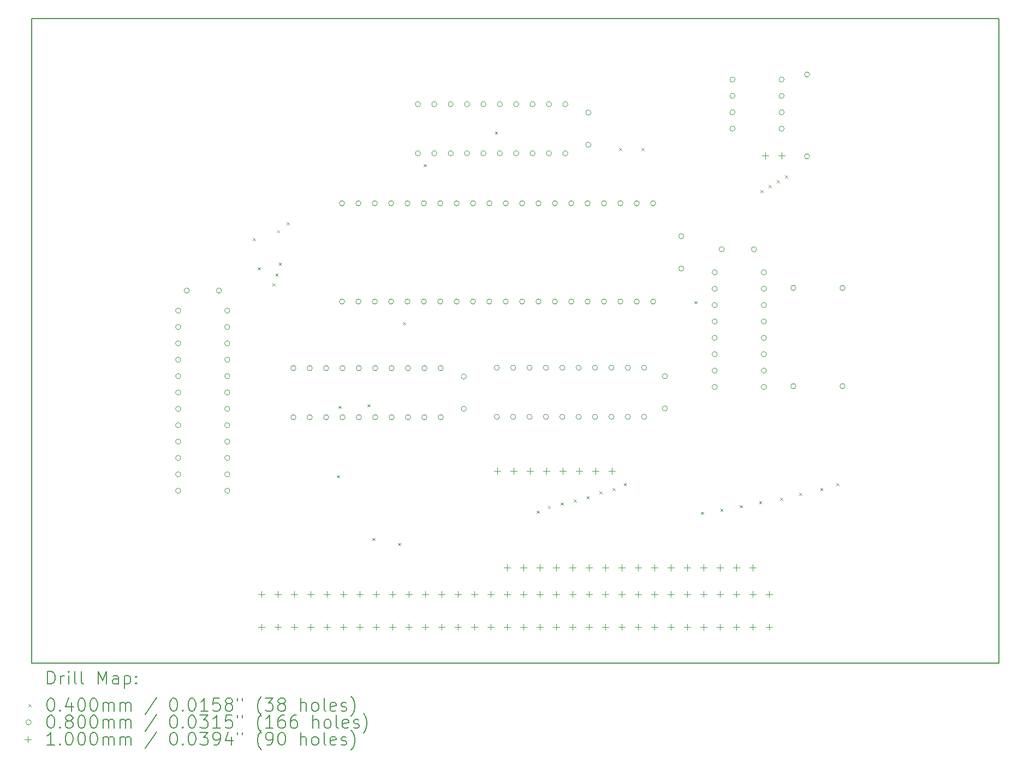
<source format=gbr>
%TF.GenerationSoftware,KiCad,Pcbnew,(6.0.7)*%
%TF.CreationDate,2023-04-20T17:26:40-06:00*%
%TF.ProjectId,boards,626f6172-6473-42e6-9b69-6361645f7063,rev?*%
%TF.SameCoordinates,Original*%
%TF.FileFunction,Drillmap*%
%TF.FilePolarity,Positive*%
%FSLAX45Y45*%
G04 Gerber Fmt 4.5, Leading zero omitted, Abs format (unit mm)*
G04 Created by KiCad (PCBNEW (6.0.7)) date 2023-04-20 17:26:40*
%MOMM*%
%LPD*%
G01*
G04 APERTURE LIST*
%ADD10C,0.200000*%
%ADD11C,0.040005*%
%ADD12C,0.080000*%
%ADD13C,0.100000*%
G04 APERTURE END LIST*
D10*
X32500000Y-20000000D02*
X17500000Y-20000000D01*
X17500000Y-20000000D02*
X17500000Y-10000000D01*
X17500000Y-10000000D02*
X32500000Y-10000000D01*
X32500000Y-10000000D02*
X32500000Y-20000000D01*
D11*
X20929998Y-13404997D02*
X20970003Y-13445002D01*
X20970003Y-13404997D02*
X20929998Y-13445002D01*
X21004998Y-13854997D02*
X21045003Y-13895002D01*
X21045003Y-13854997D02*
X21004998Y-13895002D01*
X21229998Y-14104997D02*
X21270003Y-14145002D01*
X21270003Y-14104997D02*
X21229998Y-14145002D01*
X21279998Y-13954997D02*
X21320003Y-13995002D01*
X21320003Y-13954997D02*
X21279998Y-13995002D01*
X21304998Y-13279997D02*
X21345003Y-13320002D01*
X21345003Y-13279997D02*
X21304998Y-13320002D01*
X21329998Y-13779997D02*
X21370003Y-13820002D01*
X21370003Y-13779997D02*
X21329998Y-13820002D01*
X21454998Y-13154997D02*
X21495003Y-13195002D01*
X21495003Y-13154997D02*
X21454998Y-13195002D01*
X22229998Y-17079998D02*
X22270003Y-17120003D01*
X22270003Y-17079998D02*
X22229998Y-17120003D01*
X22254998Y-16004997D02*
X22295003Y-16045002D01*
X22295003Y-16004997D02*
X22254998Y-16045002D01*
X22704997Y-15979997D02*
X22745002Y-16020002D01*
X22745002Y-15979997D02*
X22704997Y-16020002D01*
X22779997Y-18054998D02*
X22820002Y-18095003D01*
X22820002Y-18054998D02*
X22779997Y-18095003D01*
X23179997Y-18129998D02*
X23220002Y-18170003D01*
X23220002Y-18129998D02*
X23179997Y-18170003D01*
X23254997Y-14704997D02*
X23295002Y-14745002D01*
X23295002Y-14704997D02*
X23254997Y-14745002D01*
X23579997Y-12254997D02*
X23620002Y-12295002D01*
X23620002Y-12254997D02*
X23579997Y-12295002D01*
X24681873Y-11753122D02*
X24721878Y-11793127D01*
X24721878Y-11753122D02*
X24681873Y-11793127D01*
X25329997Y-17629998D02*
X25370002Y-17670003D01*
X25370002Y-17629998D02*
X25329997Y-17670003D01*
X25504997Y-17554998D02*
X25545002Y-17595003D01*
X25545002Y-17554998D02*
X25504997Y-17595003D01*
X25704997Y-17504998D02*
X25745002Y-17545003D01*
X25745002Y-17504998D02*
X25704997Y-17545003D01*
X25904997Y-17454998D02*
X25945002Y-17495003D01*
X25945002Y-17454998D02*
X25904997Y-17495003D01*
X26104997Y-17404998D02*
X26145002Y-17445003D01*
X26145002Y-17404998D02*
X26104997Y-17445003D01*
X26304997Y-17329998D02*
X26345002Y-17370003D01*
X26345002Y-17329998D02*
X26304997Y-17370003D01*
X26504997Y-17279998D02*
X26545002Y-17320003D01*
X26545002Y-17279998D02*
X26504997Y-17320003D01*
X26607106Y-12007106D02*
X26647111Y-12047111D01*
X26647111Y-12007106D02*
X26607106Y-12047111D01*
X26679997Y-17204998D02*
X26720002Y-17245003D01*
X26720002Y-17204998D02*
X26679997Y-17245003D01*
X26954997Y-12004997D02*
X26995002Y-12045002D01*
X26995002Y-12004997D02*
X26954997Y-12045002D01*
X27779997Y-14379997D02*
X27820002Y-14420002D01*
X27820002Y-14379997D02*
X27779997Y-14420002D01*
X27879997Y-17647188D02*
X27920002Y-17687193D01*
X27920002Y-17647188D02*
X27879997Y-17687193D01*
X28179997Y-17601068D02*
X28220002Y-17641073D01*
X28220002Y-17601068D02*
X28179997Y-17641073D01*
X28479997Y-17547188D02*
X28520002Y-17587193D01*
X28520002Y-17547188D02*
X28479997Y-17587193D01*
X28779997Y-17479998D02*
X28820002Y-17520003D01*
X28820002Y-17479998D02*
X28779997Y-17520003D01*
X28804997Y-12654997D02*
X28845002Y-12695002D01*
X28845002Y-12654997D02*
X28804997Y-12695002D01*
X28929997Y-12579997D02*
X28970002Y-12620002D01*
X28970002Y-12579997D02*
X28929997Y-12620002D01*
X29054997Y-12504997D02*
X29095002Y-12545002D01*
X29095002Y-12504997D02*
X29054997Y-12545002D01*
X29104997Y-17429998D02*
X29145002Y-17470003D01*
X29145002Y-17429998D02*
X29104997Y-17470003D01*
X29179997Y-12429997D02*
X29220002Y-12470002D01*
X29220002Y-12429997D02*
X29179997Y-12470002D01*
X29404997Y-17354998D02*
X29445002Y-17395003D01*
X29445002Y-17354998D02*
X29404997Y-17395003D01*
X29729997Y-17279998D02*
X29770002Y-17320003D01*
X29770002Y-17279998D02*
X29729997Y-17320003D01*
X29979997Y-17204998D02*
X30020002Y-17245003D01*
X30020002Y-17204998D02*
X29979997Y-17245003D01*
D12*
X19810000Y-14527500D02*
G75*
G03*
X19810000Y-14527500I-40000J0D01*
G01*
X19810000Y-14781500D02*
G75*
G03*
X19810000Y-14781500I-40000J0D01*
G01*
X19810000Y-15035500D02*
G75*
G03*
X19810000Y-15035500I-40000J0D01*
G01*
X19810000Y-15289500D02*
G75*
G03*
X19810000Y-15289500I-40000J0D01*
G01*
X19810000Y-15543500D02*
G75*
G03*
X19810000Y-15543500I-40000J0D01*
G01*
X19810000Y-15797500D02*
G75*
G03*
X19810000Y-15797500I-40000J0D01*
G01*
X19810000Y-16051500D02*
G75*
G03*
X19810000Y-16051500I-40000J0D01*
G01*
X19810000Y-16305500D02*
G75*
G03*
X19810000Y-16305500I-40000J0D01*
G01*
X19810000Y-16559500D02*
G75*
G03*
X19810000Y-16559500I-40000J0D01*
G01*
X19810000Y-16813500D02*
G75*
G03*
X19810000Y-16813500I-40000J0D01*
G01*
X19810000Y-17067500D02*
G75*
G03*
X19810000Y-17067500I-40000J0D01*
G01*
X19810000Y-17321500D02*
G75*
G03*
X19810000Y-17321500I-40000J0D01*
G01*
X19943998Y-14217349D02*
G75*
G03*
X19943998Y-14217349I-40000J0D01*
G01*
X20443998Y-14217349D02*
G75*
G03*
X20443998Y-14217349I-40000J0D01*
G01*
X20572000Y-14527500D02*
G75*
G03*
X20572000Y-14527500I-40000J0D01*
G01*
X20572000Y-14781500D02*
G75*
G03*
X20572000Y-14781500I-40000J0D01*
G01*
X20572000Y-15035500D02*
G75*
G03*
X20572000Y-15035500I-40000J0D01*
G01*
X20572000Y-15289500D02*
G75*
G03*
X20572000Y-15289500I-40000J0D01*
G01*
X20572000Y-15543500D02*
G75*
G03*
X20572000Y-15543500I-40000J0D01*
G01*
X20572000Y-15797500D02*
G75*
G03*
X20572000Y-15797500I-40000J0D01*
G01*
X20572000Y-16051500D02*
G75*
G03*
X20572000Y-16051500I-40000J0D01*
G01*
X20572000Y-16305500D02*
G75*
G03*
X20572000Y-16305500I-40000J0D01*
G01*
X20572000Y-16559500D02*
G75*
G03*
X20572000Y-16559500I-40000J0D01*
G01*
X20572000Y-16813500D02*
G75*
G03*
X20572000Y-16813500I-40000J0D01*
G01*
X20572000Y-17067500D02*
G75*
G03*
X20572000Y-17067500I-40000J0D01*
G01*
X20572000Y-17321500D02*
G75*
G03*
X20572000Y-17321500I-40000J0D01*
G01*
X21596500Y-15420000D02*
G75*
G03*
X21596500Y-15420000I-40000J0D01*
G01*
X21596500Y-16182000D02*
G75*
G03*
X21596500Y-16182000I-40000J0D01*
G01*
X21850500Y-15420000D02*
G75*
G03*
X21850500Y-15420000I-40000J0D01*
G01*
X21850500Y-16182000D02*
G75*
G03*
X21850500Y-16182000I-40000J0D01*
G01*
X22104500Y-15420000D02*
G75*
G03*
X22104500Y-15420000I-40000J0D01*
G01*
X22104500Y-16182000D02*
G75*
G03*
X22104500Y-16182000I-40000J0D01*
G01*
X22351500Y-12862500D02*
G75*
G03*
X22351500Y-12862500I-40000J0D01*
G01*
X22351500Y-14386500D02*
G75*
G03*
X22351500Y-14386500I-40000J0D01*
G01*
X22358500Y-15420000D02*
G75*
G03*
X22358500Y-15420000I-40000J0D01*
G01*
X22358500Y-16182000D02*
G75*
G03*
X22358500Y-16182000I-40000J0D01*
G01*
X22605500Y-12862500D02*
G75*
G03*
X22605500Y-12862500I-40000J0D01*
G01*
X22605500Y-14386500D02*
G75*
G03*
X22605500Y-14386500I-40000J0D01*
G01*
X22612500Y-15420000D02*
G75*
G03*
X22612500Y-15420000I-40000J0D01*
G01*
X22612500Y-16182000D02*
G75*
G03*
X22612500Y-16182000I-40000J0D01*
G01*
X22859500Y-12862500D02*
G75*
G03*
X22859500Y-12862500I-40000J0D01*
G01*
X22859500Y-14386500D02*
G75*
G03*
X22859500Y-14386500I-40000J0D01*
G01*
X22866500Y-15420000D02*
G75*
G03*
X22866500Y-15420000I-40000J0D01*
G01*
X22866500Y-16182000D02*
G75*
G03*
X22866500Y-16182000I-40000J0D01*
G01*
X23113500Y-12862500D02*
G75*
G03*
X23113500Y-12862500I-40000J0D01*
G01*
X23113500Y-14386500D02*
G75*
G03*
X23113500Y-14386500I-40000J0D01*
G01*
X23120500Y-15420000D02*
G75*
G03*
X23120500Y-15420000I-40000J0D01*
G01*
X23120500Y-16182000D02*
G75*
G03*
X23120500Y-16182000I-40000J0D01*
G01*
X23367500Y-12862500D02*
G75*
G03*
X23367500Y-12862500I-40000J0D01*
G01*
X23367500Y-14386500D02*
G75*
G03*
X23367500Y-14386500I-40000J0D01*
G01*
X23374500Y-15420000D02*
G75*
G03*
X23374500Y-15420000I-40000J0D01*
G01*
X23374500Y-16182000D02*
G75*
G03*
X23374500Y-16182000I-40000J0D01*
G01*
X23529000Y-11325000D02*
G75*
G03*
X23529000Y-11325000I-40000J0D01*
G01*
X23529000Y-12087000D02*
G75*
G03*
X23529000Y-12087000I-40000J0D01*
G01*
X23621500Y-12862500D02*
G75*
G03*
X23621500Y-12862500I-40000J0D01*
G01*
X23621500Y-14386500D02*
G75*
G03*
X23621500Y-14386500I-40000J0D01*
G01*
X23628500Y-15420000D02*
G75*
G03*
X23628500Y-15420000I-40000J0D01*
G01*
X23628500Y-16182000D02*
G75*
G03*
X23628500Y-16182000I-40000J0D01*
G01*
X23783000Y-11325000D02*
G75*
G03*
X23783000Y-11325000I-40000J0D01*
G01*
X23783000Y-12087000D02*
G75*
G03*
X23783000Y-12087000I-40000J0D01*
G01*
X23875500Y-12862500D02*
G75*
G03*
X23875500Y-12862500I-40000J0D01*
G01*
X23875500Y-14386500D02*
G75*
G03*
X23875500Y-14386500I-40000J0D01*
G01*
X23882500Y-15420000D02*
G75*
G03*
X23882500Y-15420000I-40000J0D01*
G01*
X23882500Y-16182000D02*
G75*
G03*
X23882500Y-16182000I-40000J0D01*
G01*
X24037000Y-11325000D02*
G75*
G03*
X24037000Y-11325000I-40000J0D01*
G01*
X24037000Y-12087000D02*
G75*
G03*
X24037000Y-12087000I-40000J0D01*
G01*
X24129500Y-12862500D02*
G75*
G03*
X24129500Y-12862500I-40000J0D01*
G01*
X24129500Y-14386500D02*
G75*
G03*
X24129500Y-14386500I-40000J0D01*
G01*
X24240000Y-15550000D02*
G75*
G03*
X24240000Y-15550000I-40000J0D01*
G01*
X24240000Y-16050000D02*
G75*
G03*
X24240000Y-16050000I-40000J0D01*
G01*
X24291000Y-11325000D02*
G75*
G03*
X24291000Y-11325000I-40000J0D01*
G01*
X24291000Y-12087000D02*
G75*
G03*
X24291000Y-12087000I-40000J0D01*
G01*
X24383500Y-12862500D02*
G75*
G03*
X24383500Y-12862500I-40000J0D01*
G01*
X24383500Y-14386500D02*
G75*
G03*
X24383500Y-14386500I-40000J0D01*
G01*
X24545000Y-11325000D02*
G75*
G03*
X24545000Y-11325000I-40000J0D01*
G01*
X24545000Y-12087000D02*
G75*
G03*
X24545000Y-12087000I-40000J0D01*
G01*
X24637500Y-12862500D02*
G75*
G03*
X24637500Y-12862500I-40000J0D01*
G01*
X24637500Y-14386500D02*
G75*
G03*
X24637500Y-14386500I-40000J0D01*
G01*
X24753000Y-15413000D02*
G75*
G03*
X24753000Y-15413000I-40000J0D01*
G01*
X24753000Y-16175000D02*
G75*
G03*
X24753000Y-16175000I-40000J0D01*
G01*
X24799000Y-11325000D02*
G75*
G03*
X24799000Y-11325000I-40000J0D01*
G01*
X24799000Y-12087000D02*
G75*
G03*
X24799000Y-12087000I-40000J0D01*
G01*
X24891500Y-12862500D02*
G75*
G03*
X24891500Y-12862500I-40000J0D01*
G01*
X24891500Y-14386500D02*
G75*
G03*
X24891500Y-14386500I-40000J0D01*
G01*
X25007000Y-15413000D02*
G75*
G03*
X25007000Y-15413000I-40000J0D01*
G01*
X25007000Y-16175000D02*
G75*
G03*
X25007000Y-16175000I-40000J0D01*
G01*
X25053000Y-11325000D02*
G75*
G03*
X25053000Y-11325000I-40000J0D01*
G01*
X25053000Y-12087000D02*
G75*
G03*
X25053000Y-12087000I-40000J0D01*
G01*
X25145500Y-12862500D02*
G75*
G03*
X25145500Y-12862500I-40000J0D01*
G01*
X25145500Y-14386500D02*
G75*
G03*
X25145500Y-14386500I-40000J0D01*
G01*
X25261000Y-15413000D02*
G75*
G03*
X25261000Y-15413000I-40000J0D01*
G01*
X25261000Y-16175000D02*
G75*
G03*
X25261000Y-16175000I-40000J0D01*
G01*
X25307000Y-11325000D02*
G75*
G03*
X25307000Y-11325000I-40000J0D01*
G01*
X25307000Y-12087000D02*
G75*
G03*
X25307000Y-12087000I-40000J0D01*
G01*
X25399500Y-12862500D02*
G75*
G03*
X25399500Y-12862500I-40000J0D01*
G01*
X25399500Y-14386500D02*
G75*
G03*
X25399500Y-14386500I-40000J0D01*
G01*
X25515000Y-15413000D02*
G75*
G03*
X25515000Y-15413000I-40000J0D01*
G01*
X25515000Y-16175000D02*
G75*
G03*
X25515000Y-16175000I-40000J0D01*
G01*
X25561000Y-11325000D02*
G75*
G03*
X25561000Y-11325000I-40000J0D01*
G01*
X25561000Y-12087000D02*
G75*
G03*
X25561000Y-12087000I-40000J0D01*
G01*
X25653500Y-12862500D02*
G75*
G03*
X25653500Y-12862500I-40000J0D01*
G01*
X25653500Y-14386500D02*
G75*
G03*
X25653500Y-14386500I-40000J0D01*
G01*
X25769000Y-15413000D02*
G75*
G03*
X25769000Y-15413000I-40000J0D01*
G01*
X25769000Y-16175000D02*
G75*
G03*
X25769000Y-16175000I-40000J0D01*
G01*
X25815000Y-11325000D02*
G75*
G03*
X25815000Y-11325000I-40000J0D01*
G01*
X25815000Y-12087000D02*
G75*
G03*
X25815000Y-12087000I-40000J0D01*
G01*
X25907500Y-12862500D02*
G75*
G03*
X25907500Y-12862500I-40000J0D01*
G01*
X25907500Y-14386500D02*
G75*
G03*
X25907500Y-14386500I-40000J0D01*
G01*
X26023000Y-15413000D02*
G75*
G03*
X26023000Y-15413000I-40000J0D01*
G01*
X26023000Y-16175000D02*
G75*
G03*
X26023000Y-16175000I-40000J0D01*
G01*
X26161500Y-12862500D02*
G75*
G03*
X26161500Y-12862500I-40000J0D01*
G01*
X26161500Y-14386500D02*
G75*
G03*
X26161500Y-14386500I-40000J0D01*
G01*
X26172500Y-11455000D02*
G75*
G03*
X26172500Y-11455000I-40000J0D01*
G01*
X26172500Y-11955000D02*
G75*
G03*
X26172500Y-11955000I-40000J0D01*
G01*
X26277000Y-15413000D02*
G75*
G03*
X26277000Y-15413000I-40000J0D01*
G01*
X26277000Y-16175000D02*
G75*
G03*
X26277000Y-16175000I-40000J0D01*
G01*
X26415500Y-12862500D02*
G75*
G03*
X26415500Y-12862500I-40000J0D01*
G01*
X26415500Y-14386500D02*
G75*
G03*
X26415500Y-14386500I-40000J0D01*
G01*
X26531000Y-15413000D02*
G75*
G03*
X26531000Y-15413000I-40000J0D01*
G01*
X26531000Y-16175000D02*
G75*
G03*
X26531000Y-16175000I-40000J0D01*
G01*
X26669500Y-12862500D02*
G75*
G03*
X26669500Y-12862500I-40000J0D01*
G01*
X26669500Y-14386500D02*
G75*
G03*
X26669500Y-14386500I-40000J0D01*
G01*
X26785000Y-15413000D02*
G75*
G03*
X26785000Y-15413000I-40000J0D01*
G01*
X26785000Y-16175000D02*
G75*
G03*
X26785000Y-16175000I-40000J0D01*
G01*
X26923500Y-12862500D02*
G75*
G03*
X26923500Y-12862500I-40000J0D01*
G01*
X26923500Y-14386500D02*
G75*
G03*
X26923500Y-14386500I-40000J0D01*
G01*
X27039000Y-15413000D02*
G75*
G03*
X27039000Y-15413000I-40000J0D01*
G01*
X27039000Y-16175000D02*
G75*
G03*
X27039000Y-16175000I-40000J0D01*
G01*
X27177500Y-12862500D02*
G75*
G03*
X27177500Y-12862500I-40000J0D01*
G01*
X27177500Y-14386500D02*
G75*
G03*
X27177500Y-14386500I-40000J0D01*
G01*
X27360469Y-15545339D02*
G75*
G03*
X27360469Y-15545339I-40000J0D01*
G01*
X27360469Y-16045339D02*
G75*
G03*
X27360469Y-16045339I-40000J0D01*
G01*
X27615000Y-13375000D02*
G75*
G03*
X27615000Y-13375000I-40000J0D01*
G01*
X27615000Y-13875000D02*
G75*
G03*
X27615000Y-13875000I-40000J0D01*
G01*
X28133000Y-13934500D02*
G75*
G03*
X28133000Y-13934500I-40000J0D01*
G01*
X28133000Y-14188500D02*
G75*
G03*
X28133000Y-14188500I-40000J0D01*
G01*
X28133000Y-14442500D02*
G75*
G03*
X28133000Y-14442500I-40000J0D01*
G01*
X28133000Y-14696500D02*
G75*
G03*
X28133000Y-14696500I-40000J0D01*
G01*
X28133000Y-14950500D02*
G75*
G03*
X28133000Y-14950500I-40000J0D01*
G01*
X28133000Y-15204500D02*
G75*
G03*
X28133000Y-15204500I-40000J0D01*
G01*
X28133000Y-15458500D02*
G75*
G03*
X28133000Y-15458500I-40000J0D01*
G01*
X28133000Y-15712500D02*
G75*
G03*
X28133000Y-15712500I-40000J0D01*
G01*
X28241836Y-13576259D02*
G75*
G03*
X28241836Y-13576259I-40000J0D01*
G01*
X28408000Y-10943000D02*
G75*
G03*
X28408000Y-10943000I-40000J0D01*
G01*
X28408000Y-11197000D02*
G75*
G03*
X28408000Y-11197000I-40000J0D01*
G01*
X28408000Y-11451000D02*
G75*
G03*
X28408000Y-11451000I-40000J0D01*
G01*
X28408000Y-11705000D02*
G75*
G03*
X28408000Y-11705000I-40000J0D01*
G01*
X28741836Y-13576259D02*
G75*
G03*
X28741836Y-13576259I-40000J0D01*
G01*
X28895000Y-13934500D02*
G75*
G03*
X28895000Y-13934500I-40000J0D01*
G01*
X28895000Y-14188500D02*
G75*
G03*
X28895000Y-14188500I-40000J0D01*
G01*
X28895000Y-14442500D02*
G75*
G03*
X28895000Y-14442500I-40000J0D01*
G01*
X28895000Y-14696500D02*
G75*
G03*
X28895000Y-14696500I-40000J0D01*
G01*
X28895000Y-14950500D02*
G75*
G03*
X28895000Y-14950500I-40000J0D01*
G01*
X28895000Y-15204500D02*
G75*
G03*
X28895000Y-15204500I-40000J0D01*
G01*
X28895000Y-15458500D02*
G75*
G03*
X28895000Y-15458500I-40000J0D01*
G01*
X28895000Y-15712500D02*
G75*
G03*
X28895000Y-15712500I-40000J0D01*
G01*
X29170000Y-10943000D02*
G75*
G03*
X29170000Y-10943000I-40000J0D01*
G01*
X29170000Y-11197000D02*
G75*
G03*
X29170000Y-11197000I-40000J0D01*
G01*
X29170000Y-11451000D02*
G75*
G03*
X29170000Y-11451000I-40000J0D01*
G01*
X29170000Y-11705000D02*
G75*
G03*
X29170000Y-11705000I-40000J0D01*
G01*
X29353000Y-14176000D02*
G75*
G03*
X29353000Y-14176000I-40000J0D01*
G01*
X29353000Y-15700000D02*
G75*
G03*
X29353000Y-15700000I-40000J0D01*
G01*
X29565000Y-10865000D02*
G75*
G03*
X29565000Y-10865000I-40000J0D01*
G01*
X29565000Y-12135000D02*
G75*
G03*
X29565000Y-12135000I-40000J0D01*
G01*
X30115000Y-14176000D02*
G75*
G03*
X30115000Y-14176000I-40000J0D01*
G01*
X30115000Y-15700000D02*
G75*
G03*
X30115000Y-15700000I-40000J0D01*
G01*
D13*
X21063000Y-18875750D02*
X21063000Y-18975750D01*
X21013000Y-18925750D02*
X21113000Y-18925750D01*
X21063000Y-19383750D02*
X21063000Y-19483750D01*
X21013000Y-19433750D02*
X21113000Y-19433750D01*
X21317000Y-18875750D02*
X21317000Y-18975750D01*
X21267000Y-18925750D02*
X21367000Y-18925750D01*
X21317000Y-19383750D02*
X21317000Y-19483750D01*
X21267000Y-19433750D02*
X21367000Y-19433750D01*
X21571000Y-18875750D02*
X21571000Y-18975750D01*
X21521000Y-18925750D02*
X21621000Y-18925750D01*
X21571000Y-19383750D02*
X21571000Y-19483750D01*
X21521000Y-19433750D02*
X21621000Y-19433750D01*
X21825000Y-18875750D02*
X21825000Y-18975750D01*
X21775000Y-18925750D02*
X21875000Y-18925750D01*
X21825000Y-19383750D02*
X21825000Y-19483750D01*
X21775000Y-19433750D02*
X21875000Y-19433750D01*
X22079000Y-18875750D02*
X22079000Y-18975750D01*
X22029000Y-18925750D02*
X22129000Y-18925750D01*
X22079000Y-19383750D02*
X22079000Y-19483750D01*
X22029000Y-19433750D02*
X22129000Y-19433750D01*
X22333000Y-18875750D02*
X22333000Y-18975750D01*
X22283000Y-18925750D02*
X22383000Y-18925750D01*
X22333000Y-19383750D02*
X22333000Y-19483750D01*
X22283000Y-19433750D02*
X22383000Y-19433750D01*
X22587000Y-18875750D02*
X22587000Y-18975750D01*
X22537000Y-18925750D02*
X22637000Y-18925750D01*
X22587000Y-19383750D02*
X22587000Y-19483750D01*
X22537000Y-19433750D02*
X22637000Y-19433750D01*
X22841000Y-18875750D02*
X22841000Y-18975750D01*
X22791000Y-18925750D02*
X22891000Y-18925750D01*
X22841000Y-19383750D02*
X22841000Y-19483750D01*
X22791000Y-19433750D02*
X22891000Y-19433750D01*
X23095000Y-18875750D02*
X23095000Y-18975750D01*
X23045000Y-18925750D02*
X23145000Y-18925750D01*
X23095000Y-19383750D02*
X23095000Y-19483750D01*
X23045000Y-19433750D02*
X23145000Y-19433750D01*
X23349000Y-18875750D02*
X23349000Y-18975750D01*
X23299000Y-18925750D02*
X23399000Y-18925750D01*
X23349000Y-19383750D02*
X23349000Y-19483750D01*
X23299000Y-19433750D02*
X23399000Y-19433750D01*
X23603000Y-18875750D02*
X23603000Y-18975750D01*
X23553000Y-18925750D02*
X23653000Y-18925750D01*
X23603000Y-19383750D02*
X23603000Y-19483750D01*
X23553000Y-19433750D02*
X23653000Y-19433750D01*
X23857000Y-18875750D02*
X23857000Y-18975750D01*
X23807000Y-18925750D02*
X23907000Y-18925750D01*
X23857000Y-19383750D02*
X23857000Y-19483750D01*
X23807000Y-19433750D02*
X23907000Y-19433750D01*
X24111000Y-18875750D02*
X24111000Y-18975750D01*
X24061000Y-18925750D02*
X24161000Y-18925750D01*
X24111000Y-19383750D02*
X24111000Y-19483750D01*
X24061000Y-19433750D02*
X24161000Y-19433750D01*
X24365000Y-18875750D02*
X24365000Y-18975750D01*
X24315000Y-18925750D02*
X24415000Y-18925750D01*
X24365000Y-19383750D02*
X24365000Y-19483750D01*
X24315000Y-19433750D02*
X24415000Y-19433750D01*
X24619000Y-18875750D02*
X24619000Y-18975750D01*
X24569000Y-18925750D02*
X24669000Y-18925750D01*
X24619000Y-19383750D02*
X24619000Y-19483750D01*
X24569000Y-19433750D02*
X24669000Y-19433750D01*
X24718665Y-16968547D02*
X24718665Y-17068547D01*
X24668665Y-17018547D02*
X24768665Y-17018547D01*
X24872942Y-18464728D02*
X24872942Y-18564728D01*
X24822942Y-18514728D02*
X24922942Y-18514728D01*
X24873000Y-18875750D02*
X24873000Y-18975750D01*
X24823000Y-18925750D02*
X24923000Y-18925750D01*
X24873000Y-19383750D02*
X24873000Y-19483750D01*
X24823000Y-19433750D02*
X24923000Y-19433750D01*
X24972665Y-16968547D02*
X24972665Y-17068547D01*
X24922665Y-17018547D02*
X25022665Y-17018547D01*
X25126942Y-18464728D02*
X25126942Y-18564728D01*
X25076942Y-18514728D02*
X25176942Y-18514728D01*
X25127000Y-18875750D02*
X25127000Y-18975750D01*
X25077000Y-18925750D02*
X25177000Y-18925750D01*
X25127000Y-19383750D02*
X25127000Y-19483750D01*
X25077000Y-19433750D02*
X25177000Y-19433750D01*
X25226665Y-16968547D02*
X25226665Y-17068547D01*
X25176665Y-17018547D02*
X25276665Y-17018547D01*
X25380942Y-18464728D02*
X25380942Y-18564728D01*
X25330942Y-18514728D02*
X25430942Y-18514728D01*
X25381000Y-18875750D02*
X25381000Y-18975750D01*
X25331000Y-18925750D02*
X25431000Y-18925750D01*
X25381000Y-19383750D02*
X25381000Y-19483750D01*
X25331000Y-19433750D02*
X25431000Y-19433750D01*
X25480665Y-16968547D02*
X25480665Y-17068547D01*
X25430665Y-17018547D02*
X25530665Y-17018547D01*
X25634942Y-18464728D02*
X25634942Y-18564728D01*
X25584942Y-18514728D02*
X25684942Y-18514728D01*
X25635000Y-18875750D02*
X25635000Y-18975750D01*
X25585000Y-18925750D02*
X25685000Y-18925750D01*
X25635000Y-19383750D02*
X25635000Y-19483750D01*
X25585000Y-19433750D02*
X25685000Y-19433750D01*
X25734665Y-16968547D02*
X25734665Y-17068547D01*
X25684665Y-17018547D02*
X25784665Y-17018547D01*
X25888942Y-18464728D02*
X25888942Y-18564728D01*
X25838942Y-18514728D02*
X25938942Y-18514728D01*
X25889000Y-18875750D02*
X25889000Y-18975750D01*
X25839000Y-18925750D02*
X25939000Y-18925750D01*
X25889000Y-19383750D02*
X25889000Y-19483750D01*
X25839000Y-19433750D02*
X25939000Y-19433750D01*
X25988665Y-16968547D02*
X25988665Y-17068547D01*
X25938665Y-17018547D02*
X26038665Y-17018547D01*
X26142942Y-18464728D02*
X26142942Y-18564728D01*
X26092942Y-18514728D02*
X26192942Y-18514728D01*
X26143000Y-18875750D02*
X26143000Y-18975750D01*
X26093000Y-18925750D02*
X26193000Y-18925750D01*
X26143000Y-19383750D02*
X26143000Y-19483750D01*
X26093000Y-19433750D02*
X26193000Y-19433750D01*
X26242665Y-16968547D02*
X26242665Y-17068547D01*
X26192665Y-17018547D02*
X26292665Y-17018547D01*
X26396942Y-18464728D02*
X26396942Y-18564728D01*
X26346942Y-18514728D02*
X26446942Y-18514728D01*
X26397000Y-18875750D02*
X26397000Y-18975750D01*
X26347000Y-18925750D02*
X26447000Y-18925750D01*
X26397000Y-19383750D02*
X26397000Y-19483750D01*
X26347000Y-19433750D02*
X26447000Y-19433750D01*
X26496665Y-16968547D02*
X26496665Y-17068547D01*
X26446665Y-17018547D02*
X26546665Y-17018547D01*
X26650942Y-18464728D02*
X26650942Y-18564728D01*
X26600942Y-18514728D02*
X26700942Y-18514728D01*
X26651000Y-18875750D02*
X26651000Y-18975750D01*
X26601000Y-18925750D02*
X26701000Y-18925750D01*
X26651000Y-19383750D02*
X26651000Y-19483750D01*
X26601000Y-19433750D02*
X26701000Y-19433750D01*
X26904942Y-18464728D02*
X26904942Y-18564728D01*
X26854942Y-18514728D02*
X26954942Y-18514728D01*
X26905000Y-18875750D02*
X26905000Y-18975750D01*
X26855000Y-18925750D02*
X26955000Y-18925750D01*
X26905000Y-19383750D02*
X26905000Y-19483750D01*
X26855000Y-19433750D02*
X26955000Y-19433750D01*
X27158942Y-18464728D02*
X27158942Y-18564728D01*
X27108942Y-18514728D02*
X27208942Y-18514728D01*
X27159000Y-18875750D02*
X27159000Y-18975750D01*
X27109000Y-18925750D02*
X27209000Y-18925750D01*
X27159000Y-19383750D02*
X27159000Y-19483750D01*
X27109000Y-19433750D02*
X27209000Y-19433750D01*
X27412942Y-18464728D02*
X27412942Y-18564728D01*
X27362942Y-18514728D02*
X27462942Y-18514728D01*
X27413000Y-18875750D02*
X27413000Y-18975750D01*
X27363000Y-18925750D02*
X27463000Y-18925750D01*
X27413000Y-19383750D02*
X27413000Y-19483750D01*
X27363000Y-19433750D02*
X27463000Y-19433750D01*
X27666942Y-18464728D02*
X27666942Y-18564728D01*
X27616942Y-18514728D02*
X27716942Y-18514728D01*
X27667000Y-18875750D02*
X27667000Y-18975750D01*
X27617000Y-18925750D02*
X27717000Y-18925750D01*
X27667000Y-19383750D02*
X27667000Y-19483750D01*
X27617000Y-19433750D02*
X27717000Y-19433750D01*
X27920942Y-18464728D02*
X27920942Y-18564728D01*
X27870942Y-18514728D02*
X27970942Y-18514728D01*
X27921000Y-18875750D02*
X27921000Y-18975750D01*
X27871000Y-18925750D02*
X27971000Y-18925750D01*
X27921000Y-19383750D02*
X27921000Y-19483750D01*
X27871000Y-19433750D02*
X27971000Y-19433750D01*
X28174942Y-18464728D02*
X28174942Y-18564728D01*
X28124942Y-18514728D02*
X28224942Y-18514728D01*
X28175000Y-18875750D02*
X28175000Y-18975750D01*
X28125000Y-18925750D02*
X28225000Y-18925750D01*
X28175000Y-19383750D02*
X28175000Y-19483750D01*
X28125000Y-19433750D02*
X28225000Y-19433750D01*
X28428942Y-18464728D02*
X28428942Y-18564728D01*
X28378942Y-18514728D02*
X28478942Y-18514728D01*
X28429000Y-18875750D02*
X28429000Y-18975750D01*
X28379000Y-18925750D02*
X28479000Y-18925750D01*
X28429000Y-19383750D02*
X28429000Y-19483750D01*
X28379000Y-19433750D02*
X28479000Y-19433750D01*
X28682942Y-18464728D02*
X28682942Y-18564728D01*
X28632942Y-18514728D02*
X28732942Y-18514728D01*
X28683000Y-18875750D02*
X28683000Y-18975750D01*
X28633000Y-18925750D02*
X28733000Y-18925750D01*
X28683000Y-19383750D02*
X28683000Y-19483750D01*
X28633000Y-19433750D02*
X28733000Y-19433750D01*
X28875000Y-12075000D02*
X28875000Y-12175000D01*
X28825000Y-12125000D02*
X28925000Y-12125000D01*
X28937000Y-18875750D02*
X28937000Y-18975750D01*
X28887000Y-18925750D02*
X28987000Y-18925750D01*
X28937000Y-19383750D02*
X28937000Y-19483750D01*
X28887000Y-19433750D02*
X28987000Y-19433750D01*
X29129000Y-12075000D02*
X29129000Y-12175000D01*
X29079000Y-12125000D02*
X29179000Y-12125000D01*
D10*
X17747619Y-20320476D02*
X17747619Y-20120476D01*
X17795238Y-20120476D01*
X17823810Y-20130000D01*
X17842857Y-20149048D01*
X17852381Y-20168095D01*
X17861905Y-20206190D01*
X17861905Y-20234762D01*
X17852381Y-20272857D01*
X17842857Y-20291905D01*
X17823810Y-20310952D01*
X17795238Y-20320476D01*
X17747619Y-20320476D01*
X17947619Y-20320476D02*
X17947619Y-20187143D01*
X17947619Y-20225238D02*
X17957143Y-20206190D01*
X17966667Y-20196667D01*
X17985714Y-20187143D01*
X18004762Y-20187143D01*
X18071429Y-20320476D02*
X18071429Y-20187143D01*
X18071429Y-20120476D02*
X18061905Y-20130000D01*
X18071429Y-20139524D01*
X18080952Y-20130000D01*
X18071429Y-20120476D01*
X18071429Y-20139524D01*
X18195238Y-20320476D02*
X18176190Y-20310952D01*
X18166667Y-20291905D01*
X18166667Y-20120476D01*
X18300000Y-20320476D02*
X18280952Y-20310952D01*
X18271429Y-20291905D01*
X18271429Y-20120476D01*
X18528571Y-20320476D02*
X18528571Y-20120476D01*
X18595238Y-20263333D01*
X18661905Y-20120476D01*
X18661905Y-20320476D01*
X18842857Y-20320476D02*
X18842857Y-20215714D01*
X18833333Y-20196667D01*
X18814286Y-20187143D01*
X18776190Y-20187143D01*
X18757143Y-20196667D01*
X18842857Y-20310952D02*
X18823810Y-20320476D01*
X18776190Y-20320476D01*
X18757143Y-20310952D01*
X18747619Y-20291905D01*
X18747619Y-20272857D01*
X18757143Y-20253810D01*
X18776190Y-20244286D01*
X18823810Y-20244286D01*
X18842857Y-20234762D01*
X18938095Y-20187143D02*
X18938095Y-20387143D01*
X18938095Y-20196667D02*
X18957143Y-20187143D01*
X18995238Y-20187143D01*
X19014286Y-20196667D01*
X19023810Y-20206190D01*
X19033333Y-20225238D01*
X19033333Y-20282381D01*
X19023810Y-20301429D01*
X19014286Y-20310952D01*
X18995238Y-20320476D01*
X18957143Y-20320476D01*
X18938095Y-20310952D01*
X19119048Y-20301429D02*
X19128571Y-20310952D01*
X19119048Y-20320476D01*
X19109524Y-20310952D01*
X19119048Y-20301429D01*
X19119048Y-20320476D01*
X19119048Y-20196667D02*
X19128571Y-20206190D01*
X19119048Y-20215714D01*
X19109524Y-20206190D01*
X19119048Y-20196667D01*
X19119048Y-20215714D01*
D11*
X17449995Y-20629998D02*
X17490000Y-20670003D01*
X17490000Y-20629998D02*
X17449995Y-20670003D01*
D10*
X17785714Y-20540476D02*
X17804762Y-20540476D01*
X17823810Y-20550000D01*
X17833333Y-20559524D01*
X17842857Y-20578571D01*
X17852381Y-20616667D01*
X17852381Y-20664286D01*
X17842857Y-20702381D01*
X17833333Y-20721429D01*
X17823810Y-20730952D01*
X17804762Y-20740476D01*
X17785714Y-20740476D01*
X17766667Y-20730952D01*
X17757143Y-20721429D01*
X17747619Y-20702381D01*
X17738095Y-20664286D01*
X17738095Y-20616667D01*
X17747619Y-20578571D01*
X17757143Y-20559524D01*
X17766667Y-20550000D01*
X17785714Y-20540476D01*
X17938095Y-20721429D02*
X17947619Y-20730952D01*
X17938095Y-20740476D01*
X17928571Y-20730952D01*
X17938095Y-20721429D01*
X17938095Y-20740476D01*
X18119048Y-20607143D02*
X18119048Y-20740476D01*
X18071429Y-20530952D02*
X18023810Y-20673810D01*
X18147619Y-20673810D01*
X18261905Y-20540476D02*
X18280952Y-20540476D01*
X18300000Y-20550000D01*
X18309524Y-20559524D01*
X18319048Y-20578571D01*
X18328571Y-20616667D01*
X18328571Y-20664286D01*
X18319048Y-20702381D01*
X18309524Y-20721429D01*
X18300000Y-20730952D01*
X18280952Y-20740476D01*
X18261905Y-20740476D01*
X18242857Y-20730952D01*
X18233333Y-20721429D01*
X18223810Y-20702381D01*
X18214286Y-20664286D01*
X18214286Y-20616667D01*
X18223810Y-20578571D01*
X18233333Y-20559524D01*
X18242857Y-20550000D01*
X18261905Y-20540476D01*
X18452381Y-20540476D02*
X18471429Y-20540476D01*
X18490476Y-20550000D01*
X18500000Y-20559524D01*
X18509524Y-20578571D01*
X18519048Y-20616667D01*
X18519048Y-20664286D01*
X18509524Y-20702381D01*
X18500000Y-20721429D01*
X18490476Y-20730952D01*
X18471429Y-20740476D01*
X18452381Y-20740476D01*
X18433333Y-20730952D01*
X18423810Y-20721429D01*
X18414286Y-20702381D01*
X18404762Y-20664286D01*
X18404762Y-20616667D01*
X18414286Y-20578571D01*
X18423810Y-20559524D01*
X18433333Y-20550000D01*
X18452381Y-20540476D01*
X18604762Y-20740476D02*
X18604762Y-20607143D01*
X18604762Y-20626190D02*
X18614286Y-20616667D01*
X18633333Y-20607143D01*
X18661905Y-20607143D01*
X18680952Y-20616667D01*
X18690476Y-20635714D01*
X18690476Y-20740476D01*
X18690476Y-20635714D02*
X18700000Y-20616667D01*
X18719048Y-20607143D01*
X18747619Y-20607143D01*
X18766667Y-20616667D01*
X18776190Y-20635714D01*
X18776190Y-20740476D01*
X18871429Y-20740476D02*
X18871429Y-20607143D01*
X18871429Y-20626190D02*
X18880952Y-20616667D01*
X18900000Y-20607143D01*
X18928571Y-20607143D01*
X18947619Y-20616667D01*
X18957143Y-20635714D01*
X18957143Y-20740476D01*
X18957143Y-20635714D02*
X18966667Y-20616667D01*
X18985714Y-20607143D01*
X19014286Y-20607143D01*
X19033333Y-20616667D01*
X19042857Y-20635714D01*
X19042857Y-20740476D01*
X19433333Y-20530952D02*
X19261905Y-20788095D01*
X19690476Y-20540476D02*
X19709524Y-20540476D01*
X19728571Y-20550000D01*
X19738095Y-20559524D01*
X19747619Y-20578571D01*
X19757143Y-20616667D01*
X19757143Y-20664286D01*
X19747619Y-20702381D01*
X19738095Y-20721429D01*
X19728571Y-20730952D01*
X19709524Y-20740476D01*
X19690476Y-20740476D01*
X19671429Y-20730952D01*
X19661905Y-20721429D01*
X19652381Y-20702381D01*
X19642857Y-20664286D01*
X19642857Y-20616667D01*
X19652381Y-20578571D01*
X19661905Y-20559524D01*
X19671429Y-20550000D01*
X19690476Y-20540476D01*
X19842857Y-20721429D02*
X19852381Y-20730952D01*
X19842857Y-20740476D01*
X19833333Y-20730952D01*
X19842857Y-20721429D01*
X19842857Y-20740476D01*
X19976190Y-20540476D02*
X19995238Y-20540476D01*
X20014286Y-20550000D01*
X20023810Y-20559524D01*
X20033333Y-20578571D01*
X20042857Y-20616667D01*
X20042857Y-20664286D01*
X20033333Y-20702381D01*
X20023810Y-20721429D01*
X20014286Y-20730952D01*
X19995238Y-20740476D01*
X19976190Y-20740476D01*
X19957143Y-20730952D01*
X19947619Y-20721429D01*
X19938095Y-20702381D01*
X19928571Y-20664286D01*
X19928571Y-20616667D01*
X19938095Y-20578571D01*
X19947619Y-20559524D01*
X19957143Y-20550000D01*
X19976190Y-20540476D01*
X20233333Y-20740476D02*
X20119048Y-20740476D01*
X20176190Y-20740476D02*
X20176190Y-20540476D01*
X20157143Y-20569048D01*
X20138095Y-20588095D01*
X20119048Y-20597619D01*
X20414286Y-20540476D02*
X20319048Y-20540476D01*
X20309524Y-20635714D01*
X20319048Y-20626190D01*
X20338095Y-20616667D01*
X20385714Y-20616667D01*
X20404762Y-20626190D01*
X20414286Y-20635714D01*
X20423810Y-20654762D01*
X20423810Y-20702381D01*
X20414286Y-20721429D01*
X20404762Y-20730952D01*
X20385714Y-20740476D01*
X20338095Y-20740476D01*
X20319048Y-20730952D01*
X20309524Y-20721429D01*
X20538095Y-20626190D02*
X20519048Y-20616667D01*
X20509524Y-20607143D01*
X20500000Y-20588095D01*
X20500000Y-20578571D01*
X20509524Y-20559524D01*
X20519048Y-20550000D01*
X20538095Y-20540476D01*
X20576190Y-20540476D01*
X20595238Y-20550000D01*
X20604762Y-20559524D01*
X20614286Y-20578571D01*
X20614286Y-20588095D01*
X20604762Y-20607143D01*
X20595238Y-20616667D01*
X20576190Y-20626190D01*
X20538095Y-20626190D01*
X20519048Y-20635714D01*
X20509524Y-20645238D01*
X20500000Y-20664286D01*
X20500000Y-20702381D01*
X20509524Y-20721429D01*
X20519048Y-20730952D01*
X20538095Y-20740476D01*
X20576190Y-20740476D01*
X20595238Y-20730952D01*
X20604762Y-20721429D01*
X20614286Y-20702381D01*
X20614286Y-20664286D01*
X20604762Y-20645238D01*
X20595238Y-20635714D01*
X20576190Y-20626190D01*
X20690476Y-20540476D02*
X20690476Y-20578571D01*
X20766667Y-20540476D02*
X20766667Y-20578571D01*
X21061905Y-20816667D02*
X21052381Y-20807143D01*
X21033333Y-20778571D01*
X21023810Y-20759524D01*
X21014286Y-20730952D01*
X21004762Y-20683333D01*
X21004762Y-20645238D01*
X21014286Y-20597619D01*
X21023810Y-20569048D01*
X21033333Y-20550000D01*
X21052381Y-20521429D01*
X21061905Y-20511905D01*
X21119048Y-20540476D02*
X21242857Y-20540476D01*
X21176190Y-20616667D01*
X21204762Y-20616667D01*
X21223810Y-20626190D01*
X21233333Y-20635714D01*
X21242857Y-20654762D01*
X21242857Y-20702381D01*
X21233333Y-20721429D01*
X21223810Y-20730952D01*
X21204762Y-20740476D01*
X21147619Y-20740476D01*
X21128571Y-20730952D01*
X21119048Y-20721429D01*
X21357143Y-20626190D02*
X21338095Y-20616667D01*
X21328571Y-20607143D01*
X21319048Y-20588095D01*
X21319048Y-20578571D01*
X21328571Y-20559524D01*
X21338095Y-20550000D01*
X21357143Y-20540476D01*
X21395238Y-20540476D01*
X21414286Y-20550000D01*
X21423810Y-20559524D01*
X21433333Y-20578571D01*
X21433333Y-20588095D01*
X21423810Y-20607143D01*
X21414286Y-20616667D01*
X21395238Y-20626190D01*
X21357143Y-20626190D01*
X21338095Y-20635714D01*
X21328571Y-20645238D01*
X21319048Y-20664286D01*
X21319048Y-20702381D01*
X21328571Y-20721429D01*
X21338095Y-20730952D01*
X21357143Y-20740476D01*
X21395238Y-20740476D01*
X21414286Y-20730952D01*
X21423810Y-20721429D01*
X21433333Y-20702381D01*
X21433333Y-20664286D01*
X21423810Y-20645238D01*
X21414286Y-20635714D01*
X21395238Y-20626190D01*
X21671429Y-20740476D02*
X21671429Y-20540476D01*
X21757143Y-20740476D02*
X21757143Y-20635714D01*
X21747619Y-20616667D01*
X21728571Y-20607143D01*
X21700000Y-20607143D01*
X21680952Y-20616667D01*
X21671429Y-20626190D01*
X21880952Y-20740476D02*
X21861905Y-20730952D01*
X21852381Y-20721429D01*
X21842857Y-20702381D01*
X21842857Y-20645238D01*
X21852381Y-20626190D01*
X21861905Y-20616667D01*
X21880952Y-20607143D01*
X21909524Y-20607143D01*
X21928571Y-20616667D01*
X21938095Y-20626190D01*
X21947619Y-20645238D01*
X21947619Y-20702381D01*
X21938095Y-20721429D01*
X21928571Y-20730952D01*
X21909524Y-20740476D01*
X21880952Y-20740476D01*
X22061905Y-20740476D02*
X22042857Y-20730952D01*
X22033333Y-20711905D01*
X22033333Y-20540476D01*
X22214286Y-20730952D02*
X22195238Y-20740476D01*
X22157143Y-20740476D01*
X22138095Y-20730952D01*
X22128571Y-20711905D01*
X22128571Y-20635714D01*
X22138095Y-20616667D01*
X22157143Y-20607143D01*
X22195238Y-20607143D01*
X22214286Y-20616667D01*
X22223810Y-20635714D01*
X22223810Y-20654762D01*
X22128571Y-20673810D01*
X22300000Y-20730952D02*
X22319048Y-20740476D01*
X22357143Y-20740476D01*
X22376190Y-20730952D01*
X22385714Y-20711905D01*
X22385714Y-20702381D01*
X22376190Y-20683333D01*
X22357143Y-20673810D01*
X22328571Y-20673810D01*
X22309524Y-20664286D01*
X22300000Y-20645238D01*
X22300000Y-20635714D01*
X22309524Y-20616667D01*
X22328571Y-20607143D01*
X22357143Y-20607143D01*
X22376190Y-20616667D01*
X22452381Y-20816667D02*
X22461905Y-20807143D01*
X22480952Y-20778571D01*
X22490476Y-20759524D01*
X22500000Y-20730952D01*
X22509524Y-20683333D01*
X22509524Y-20645238D01*
X22500000Y-20597619D01*
X22490476Y-20569048D01*
X22480952Y-20550000D01*
X22461905Y-20521429D01*
X22452381Y-20511905D01*
D12*
X17490000Y-20914000D02*
G75*
G03*
X17490000Y-20914000I-40000J0D01*
G01*
D10*
X17785714Y-20804476D02*
X17804762Y-20804476D01*
X17823810Y-20814000D01*
X17833333Y-20823524D01*
X17842857Y-20842571D01*
X17852381Y-20880667D01*
X17852381Y-20928286D01*
X17842857Y-20966381D01*
X17833333Y-20985429D01*
X17823810Y-20994952D01*
X17804762Y-21004476D01*
X17785714Y-21004476D01*
X17766667Y-20994952D01*
X17757143Y-20985429D01*
X17747619Y-20966381D01*
X17738095Y-20928286D01*
X17738095Y-20880667D01*
X17747619Y-20842571D01*
X17757143Y-20823524D01*
X17766667Y-20814000D01*
X17785714Y-20804476D01*
X17938095Y-20985429D02*
X17947619Y-20994952D01*
X17938095Y-21004476D01*
X17928571Y-20994952D01*
X17938095Y-20985429D01*
X17938095Y-21004476D01*
X18061905Y-20890190D02*
X18042857Y-20880667D01*
X18033333Y-20871143D01*
X18023810Y-20852095D01*
X18023810Y-20842571D01*
X18033333Y-20823524D01*
X18042857Y-20814000D01*
X18061905Y-20804476D01*
X18100000Y-20804476D01*
X18119048Y-20814000D01*
X18128571Y-20823524D01*
X18138095Y-20842571D01*
X18138095Y-20852095D01*
X18128571Y-20871143D01*
X18119048Y-20880667D01*
X18100000Y-20890190D01*
X18061905Y-20890190D01*
X18042857Y-20899714D01*
X18033333Y-20909238D01*
X18023810Y-20928286D01*
X18023810Y-20966381D01*
X18033333Y-20985429D01*
X18042857Y-20994952D01*
X18061905Y-21004476D01*
X18100000Y-21004476D01*
X18119048Y-20994952D01*
X18128571Y-20985429D01*
X18138095Y-20966381D01*
X18138095Y-20928286D01*
X18128571Y-20909238D01*
X18119048Y-20899714D01*
X18100000Y-20890190D01*
X18261905Y-20804476D02*
X18280952Y-20804476D01*
X18300000Y-20814000D01*
X18309524Y-20823524D01*
X18319048Y-20842571D01*
X18328571Y-20880667D01*
X18328571Y-20928286D01*
X18319048Y-20966381D01*
X18309524Y-20985429D01*
X18300000Y-20994952D01*
X18280952Y-21004476D01*
X18261905Y-21004476D01*
X18242857Y-20994952D01*
X18233333Y-20985429D01*
X18223810Y-20966381D01*
X18214286Y-20928286D01*
X18214286Y-20880667D01*
X18223810Y-20842571D01*
X18233333Y-20823524D01*
X18242857Y-20814000D01*
X18261905Y-20804476D01*
X18452381Y-20804476D02*
X18471429Y-20804476D01*
X18490476Y-20814000D01*
X18500000Y-20823524D01*
X18509524Y-20842571D01*
X18519048Y-20880667D01*
X18519048Y-20928286D01*
X18509524Y-20966381D01*
X18500000Y-20985429D01*
X18490476Y-20994952D01*
X18471429Y-21004476D01*
X18452381Y-21004476D01*
X18433333Y-20994952D01*
X18423810Y-20985429D01*
X18414286Y-20966381D01*
X18404762Y-20928286D01*
X18404762Y-20880667D01*
X18414286Y-20842571D01*
X18423810Y-20823524D01*
X18433333Y-20814000D01*
X18452381Y-20804476D01*
X18604762Y-21004476D02*
X18604762Y-20871143D01*
X18604762Y-20890190D02*
X18614286Y-20880667D01*
X18633333Y-20871143D01*
X18661905Y-20871143D01*
X18680952Y-20880667D01*
X18690476Y-20899714D01*
X18690476Y-21004476D01*
X18690476Y-20899714D02*
X18700000Y-20880667D01*
X18719048Y-20871143D01*
X18747619Y-20871143D01*
X18766667Y-20880667D01*
X18776190Y-20899714D01*
X18776190Y-21004476D01*
X18871429Y-21004476D02*
X18871429Y-20871143D01*
X18871429Y-20890190D02*
X18880952Y-20880667D01*
X18900000Y-20871143D01*
X18928571Y-20871143D01*
X18947619Y-20880667D01*
X18957143Y-20899714D01*
X18957143Y-21004476D01*
X18957143Y-20899714D02*
X18966667Y-20880667D01*
X18985714Y-20871143D01*
X19014286Y-20871143D01*
X19033333Y-20880667D01*
X19042857Y-20899714D01*
X19042857Y-21004476D01*
X19433333Y-20794952D02*
X19261905Y-21052095D01*
X19690476Y-20804476D02*
X19709524Y-20804476D01*
X19728571Y-20814000D01*
X19738095Y-20823524D01*
X19747619Y-20842571D01*
X19757143Y-20880667D01*
X19757143Y-20928286D01*
X19747619Y-20966381D01*
X19738095Y-20985429D01*
X19728571Y-20994952D01*
X19709524Y-21004476D01*
X19690476Y-21004476D01*
X19671429Y-20994952D01*
X19661905Y-20985429D01*
X19652381Y-20966381D01*
X19642857Y-20928286D01*
X19642857Y-20880667D01*
X19652381Y-20842571D01*
X19661905Y-20823524D01*
X19671429Y-20814000D01*
X19690476Y-20804476D01*
X19842857Y-20985429D02*
X19852381Y-20994952D01*
X19842857Y-21004476D01*
X19833333Y-20994952D01*
X19842857Y-20985429D01*
X19842857Y-21004476D01*
X19976190Y-20804476D02*
X19995238Y-20804476D01*
X20014286Y-20814000D01*
X20023810Y-20823524D01*
X20033333Y-20842571D01*
X20042857Y-20880667D01*
X20042857Y-20928286D01*
X20033333Y-20966381D01*
X20023810Y-20985429D01*
X20014286Y-20994952D01*
X19995238Y-21004476D01*
X19976190Y-21004476D01*
X19957143Y-20994952D01*
X19947619Y-20985429D01*
X19938095Y-20966381D01*
X19928571Y-20928286D01*
X19928571Y-20880667D01*
X19938095Y-20842571D01*
X19947619Y-20823524D01*
X19957143Y-20814000D01*
X19976190Y-20804476D01*
X20109524Y-20804476D02*
X20233333Y-20804476D01*
X20166667Y-20880667D01*
X20195238Y-20880667D01*
X20214286Y-20890190D01*
X20223810Y-20899714D01*
X20233333Y-20918762D01*
X20233333Y-20966381D01*
X20223810Y-20985429D01*
X20214286Y-20994952D01*
X20195238Y-21004476D01*
X20138095Y-21004476D01*
X20119048Y-20994952D01*
X20109524Y-20985429D01*
X20423810Y-21004476D02*
X20309524Y-21004476D01*
X20366667Y-21004476D02*
X20366667Y-20804476D01*
X20347619Y-20833048D01*
X20328571Y-20852095D01*
X20309524Y-20861619D01*
X20604762Y-20804476D02*
X20509524Y-20804476D01*
X20500000Y-20899714D01*
X20509524Y-20890190D01*
X20528571Y-20880667D01*
X20576190Y-20880667D01*
X20595238Y-20890190D01*
X20604762Y-20899714D01*
X20614286Y-20918762D01*
X20614286Y-20966381D01*
X20604762Y-20985429D01*
X20595238Y-20994952D01*
X20576190Y-21004476D01*
X20528571Y-21004476D01*
X20509524Y-20994952D01*
X20500000Y-20985429D01*
X20690476Y-20804476D02*
X20690476Y-20842571D01*
X20766667Y-20804476D02*
X20766667Y-20842571D01*
X21061905Y-21080667D02*
X21052381Y-21071143D01*
X21033333Y-21042571D01*
X21023810Y-21023524D01*
X21014286Y-20994952D01*
X21004762Y-20947333D01*
X21004762Y-20909238D01*
X21014286Y-20861619D01*
X21023810Y-20833048D01*
X21033333Y-20814000D01*
X21052381Y-20785429D01*
X21061905Y-20775905D01*
X21242857Y-21004476D02*
X21128571Y-21004476D01*
X21185714Y-21004476D02*
X21185714Y-20804476D01*
X21166667Y-20833048D01*
X21147619Y-20852095D01*
X21128571Y-20861619D01*
X21414286Y-20804476D02*
X21376190Y-20804476D01*
X21357143Y-20814000D01*
X21347619Y-20823524D01*
X21328571Y-20852095D01*
X21319048Y-20890190D01*
X21319048Y-20966381D01*
X21328571Y-20985429D01*
X21338095Y-20994952D01*
X21357143Y-21004476D01*
X21395238Y-21004476D01*
X21414286Y-20994952D01*
X21423810Y-20985429D01*
X21433333Y-20966381D01*
X21433333Y-20918762D01*
X21423810Y-20899714D01*
X21414286Y-20890190D01*
X21395238Y-20880667D01*
X21357143Y-20880667D01*
X21338095Y-20890190D01*
X21328571Y-20899714D01*
X21319048Y-20918762D01*
X21604762Y-20804476D02*
X21566667Y-20804476D01*
X21547619Y-20814000D01*
X21538095Y-20823524D01*
X21519048Y-20852095D01*
X21509524Y-20890190D01*
X21509524Y-20966381D01*
X21519048Y-20985429D01*
X21528571Y-20994952D01*
X21547619Y-21004476D01*
X21585714Y-21004476D01*
X21604762Y-20994952D01*
X21614286Y-20985429D01*
X21623810Y-20966381D01*
X21623810Y-20918762D01*
X21614286Y-20899714D01*
X21604762Y-20890190D01*
X21585714Y-20880667D01*
X21547619Y-20880667D01*
X21528571Y-20890190D01*
X21519048Y-20899714D01*
X21509524Y-20918762D01*
X21861905Y-21004476D02*
X21861905Y-20804476D01*
X21947619Y-21004476D02*
X21947619Y-20899714D01*
X21938095Y-20880667D01*
X21919048Y-20871143D01*
X21890476Y-20871143D01*
X21871429Y-20880667D01*
X21861905Y-20890190D01*
X22071429Y-21004476D02*
X22052381Y-20994952D01*
X22042857Y-20985429D01*
X22033333Y-20966381D01*
X22033333Y-20909238D01*
X22042857Y-20890190D01*
X22052381Y-20880667D01*
X22071429Y-20871143D01*
X22100000Y-20871143D01*
X22119048Y-20880667D01*
X22128571Y-20890190D01*
X22138095Y-20909238D01*
X22138095Y-20966381D01*
X22128571Y-20985429D01*
X22119048Y-20994952D01*
X22100000Y-21004476D01*
X22071429Y-21004476D01*
X22252381Y-21004476D02*
X22233333Y-20994952D01*
X22223810Y-20975905D01*
X22223810Y-20804476D01*
X22404762Y-20994952D02*
X22385714Y-21004476D01*
X22347619Y-21004476D01*
X22328571Y-20994952D01*
X22319048Y-20975905D01*
X22319048Y-20899714D01*
X22328571Y-20880667D01*
X22347619Y-20871143D01*
X22385714Y-20871143D01*
X22404762Y-20880667D01*
X22414286Y-20899714D01*
X22414286Y-20918762D01*
X22319048Y-20937810D01*
X22490476Y-20994952D02*
X22509524Y-21004476D01*
X22547619Y-21004476D01*
X22566667Y-20994952D01*
X22576190Y-20975905D01*
X22576190Y-20966381D01*
X22566667Y-20947333D01*
X22547619Y-20937810D01*
X22519048Y-20937810D01*
X22500000Y-20928286D01*
X22490476Y-20909238D01*
X22490476Y-20899714D01*
X22500000Y-20880667D01*
X22519048Y-20871143D01*
X22547619Y-20871143D01*
X22566667Y-20880667D01*
X22642857Y-21080667D02*
X22652381Y-21071143D01*
X22671428Y-21042571D01*
X22680952Y-21023524D01*
X22690476Y-20994952D01*
X22700000Y-20947333D01*
X22700000Y-20909238D01*
X22690476Y-20861619D01*
X22680952Y-20833048D01*
X22671428Y-20814000D01*
X22652381Y-20785429D01*
X22642857Y-20775905D01*
D13*
X17440000Y-21128000D02*
X17440000Y-21228000D01*
X17390000Y-21178000D02*
X17490000Y-21178000D01*
D10*
X17852381Y-21268476D02*
X17738095Y-21268476D01*
X17795238Y-21268476D02*
X17795238Y-21068476D01*
X17776190Y-21097048D01*
X17757143Y-21116095D01*
X17738095Y-21125619D01*
X17938095Y-21249429D02*
X17947619Y-21258952D01*
X17938095Y-21268476D01*
X17928571Y-21258952D01*
X17938095Y-21249429D01*
X17938095Y-21268476D01*
X18071429Y-21068476D02*
X18090476Y-21068476D01*
X18109524Y-21078000D01*
X18119048Y-21087524D01*
X18128571Y-21106571D01*
X18138095Y-21144667D01*
X18138095Y-21192286D01*
X18128571Y-21230381D01*
X18119048Y-21249429D01*
X18109524Y-21258952D01*
X18090476Y-21268476D01*
X18071429Y-21268476D01*
X18052381Y-21258952D01*
X18042857Y-21249429D01*
X18033333Y-21230381D01*
X18023810Y-21192286D01*
X18023810Y-21144667D01*
X18033333Y-21106571D01*
X18042857Y-21087524D01*
X18052381Y-21078000D01*
X18071429Y-21068476D01*
X18261905Y-21068476D02*
X18280952Y-21068476D01*
X18300000Y-21078000D01*
X18309524Y-21087524D01*
X18319048Y-21106571D01*
X18328571Y-21144667D01*
X18328571Y-21192286D01*
X18319048Y-21230381D01*
X18309524Y-21249429D01*
X18300000Y-21258952D01*
X18280952Y-21268476D01*
X18261905Y-21268476D01*
X18242857Y-21258952D01*
X18233333Y-21249429D01*
X18223810Y-21230381D01*
X18214286Y-21192286D01*
X18214286Y-21144667D01*
X18223810Y-21106571D01*
X18233333Y-21087524D01*
X18242857Y-21078000D01*
X18261905Y-21068476D01*
X18452381Y-21068476D02*
X18471429Y-21068476D01*
X18490476Y-21078000D01*
X18500000Y-21087524D01*
X18509524Y-21106571D01*
X18519048Y-21144667D01*
X18519048Y-21192286D01*
X18509524Y-21230381D01*
X18500000Y-21249429D01*
X18490476Y-21258952D01*
X18471429Y-21268476D01*
X18452381Y-21268476D01*
X18433333Y-21258952D01*
X18423810Y-21249429D01*
X18414286Y-21230381D01*
X18404762Y-21192286D01*
X18404762Y-21144667D01*
X18414286Y-21106571D01*
X18423810Y-21087524D01*
X18433333Y-21078000D01*
X18452381Y-21068476D01*
X18604762Y-21268476D02*
X18604762Y-21135143D01*
X18604762Y-21154190D02*
X18614286Y-21144667D01*
X18633333Y-21135143D01*
X18661905Y-21135143D01*
X18680952Y-21144667D01*
X18690476Y-21163714D01*
X18690476Y-21268476D01*
X18690476Y-21163714D02*
X18700000Y-21144667D01*
X18719048Y-21135143D01*
X18747619Y-21135143D01*
X18766667Y-21144667D01*
X18776190Y-21163714D01*
X18776190Y-21268476D01*
X18871429Y-21268476D02*
X18871429Y-21135143D01*
X18871429Y-21154190D02*
X18880952Y-21144667D01*
X18900000Y-21135143D01*
X18928571Y-21135143D01*
X18947619Y-21144667D01*
X18957143Y-21163714D01*
X18957143Y-21268476D01*
X18957143Y-21163714D02*
X18966667Y-21144667D01*
X18985714Y-21135143D01*
X19014286Y-21135143D01*
X19033333Y-21144667D01*
X19042857Y-21163714D01*
X19042857Y-21268476D01*
X19433333Y-21058952D02*
X19261905Y-21316095D01*
X19690476Y-21068476D02*
X19709524Y-21068476D01*
X19728571Y-21078000D01*
X19738095Y-21087524D01*
X19747619Y-21106571D01*
X19757143Y-21144667D01*
X19757143Y-21192286D01*
X19747619Y-21230381D01*
X19738095Y-21249429D01*
X19728571Y-21258952D01*
X19709524Y-21268476D01*
X19690476Y-21268476D01*
X19671429Y-21258952D01*
X19661905Y-21249429D01*
X19652381Y-21230381D01*
X19642857Y-21192286D01*
X19642857Y-21144667D01*
X19652381Y-21106571D01*
X19661905Y-21087524D01*
X19671429Y-21078000D01*
X19690476Y-21068476D01*
X19842857Y-21249429D02*
X19852381Y-21258952D01*
X19842857Y-21268476D01*
X19833333Y-21258952D01*
X19842857Y-21249429D01*
X19842857Y-21268476D01*
X19976190Y-21068476D02*
X19995238Y-21068476D01*
X20014286Y-21078000D01*
X20023810Y-21087524D01*
X20033333Y-21106571D01*
X20042857Y-21144667D01*
X20042857Y-21192286D01*
X20033333Y-21230381D01*
X20023810Y-21249429D01*
X20014286Y-21258952D01*
X19995238Y-21268476D01*
X19976190Y-21268476D01*
X19957143Y-21258952D01*
X19947619Y-21249429D01*
X19938095Y-21230381D01*
X19928571Y-21192286D01*
X19928571Y-21144667D01*
X19938095Y-21106571D01*
X19947619Y-21087524D01*
X19957143Y-21078000D01*
X19976190Y-21068476D01*
X20109524Y-21068476D02*
X20233333Y-21068476D01*
X20166667Y-21144667D01*
X20195238Y-21144667D01*
X20214286Y-21154190D01*
X20223810Y-21163714D01*
X20233333Y-21182762D01*
X20233333Y-21230381D01*
X20223810Y-21249429D01*
X20214286Y-21258952D01*
X20195238Y-21268476D01*
X20138095Y-21268476D01*
X20119048Y-21258952D01*
X20109524Y-21249429D01*
X20328571Y-21268476D02*
X20366667Y-21268476D01*
X20385714Y-21258952D01*
X20395238Y-21249429D01*
X20414286Y-21220857D01*
X20423810Y-21182762D01*
X20423810Y-21106571D01*
X20414286Y-21087524D01*
X20404762Y-21078000D01*
X20385714Y-21068476D01*
X20347619Y-21068476D01*
X20328571Y-21078000D01*
X20319048Y-21087524D01*
X20309524Y-21106571D01*
X20309524Y-21154190D01*
X20319048Y-21173238D01*
X20328571Y-21182762D01*
X20347619Y-21192286D01*
X20385714Y-21192286D01*
X20404762Y-21182762D01*
X20414286Y-21173238D01*
X20423810Y-21154190D01*
X20595238Y-21135143D02*
X20595238Y-21268476D01*
X20547619Y-21058952D02*
X20500000Y-21201810D01*
X20623810Y-21201810D01*
X20690476Y-21068476D02*
X20690476Y-21106571D01*
X20766667Y-21068476D02*
X20766667Y-21106571D01*
X21061905Y-21344667D02*
X21052381Y-21335143D01*
X21033333Y-21306571D01*
X21023810Y-21287524D01*
X21014286Y-21258952D01*
X21004762Y-21211333D01*
X21004762Y-21173238D01*
X21014286Y-21125619D01*
X21023810Y-21097048D01*
X21033333Y-21078000D01*
X21052381Y-21049429D01*
X21061905Y-21039905D01*
X21147619Y-21268476D02*
X21185714Y-21268476D01*
X21204762Y-21258952D01*
X21214286Y-21249429D01*
X21233333Y-21220857D01*
X21242857Y-21182762D01*
X21242857Y-21106571D01*
X21233333Y-21087524D01*
X21223810Y-21078000D01*
X21204762Y-21068476D01*
X21166667Y-21068476D01*
X21147619Y-21078000D01*
X21138095Y-21087524D01*
X21128571Y-21106571D01*
X21128571Y-21154190D01*
X21138095Y-21173238D01*
X21147619Y-21182762D01*
X21166667Y-21192286D01*
X21204762Y-21192286D01*
X21223810Y-21182762D01*
X21233333Y-21173238D01*
X21242857Y-21154190D01*
X21366667Y-21068476D02*
X21385714Y-21068476D01*
X21404762Y-21078000D01*
X21414286Y-21087524D01*
X21423810Y-21106571D01*
X21433333Y-21144667D01*
X21433333Y-21192286D01*
X21423810Y-21230381D01*
X21414286Y-21249429D01*
X21404762Y-21258952D01*
X21385714Y-21268476D01*
X21366667Y-21268476D01*
X21347619Y-21258952D01*
X21338095Y-21249429D01*
X21328571Y-21230381D01*
X21319048Y-21192286D01*
X21319048Y-21144667D01*
X21328571Y-21106571D01*
X21338095Y-21087524D01*
X21347619Y-21078000D01*
X21366667Y-21068476D01*
X21671429Y-21268476D02*
X21671429Y-21068476D01*
X21757143Y-21268476D02*
X21757143Y-21163714D01*
X21747619Y-21144667D01*
X21728571Y-21135143D01*
X21700000Y-21135143D01*
X21680952Y-21144667D01*
X21671429Y-21154190D01*
X21880952Y-21268476D02*
X21861905Y-21258952D01*
X21852381Y-21249429D01*
X21842857Y-21230381D01*
X21842857Y-21173238D01*
X21852381Y-21154190D01*
X21861905Y-21144667D01*
X21880952Y-21135143D01*
X21909524Y-21135143D01*
X21928571Y-21144667D01*
X21938095Y-21154190D01*
X21947619Y-21173238D01*
X21947619Y-21230381D01*
X21938095Y-21249429D01*
X21928571Y-21258952D01*
X21909524Y-21268476D01*
X21880952Y-21268476D01*
X22061905Y-21268476D02*
X22042857Y-21258952D01*
X22033333Y-21239905D01*
X22033333Y-21068476D01*
X22214286Y-21258952D02*
X22195238Y-21268476D01*
X22157143Y-21268476D01*
X22138095Y-21258952D01*
X22128571Y-21239905D01*
X22128571Y-21163714D01*
X22138095Y-21144667D01*
X22157143Y-21135143D01*
X22195238Y-21135143D01*
X22214286Y-21144667D01*
X22223810Y-21163714D01*
X22223810Y-21182762D01*
X22128571Y-21201810D01*
X22300000Y-21258952D02*
X22319048Y-21268476D01*
X22357143Y-21268476D01*
X22376190Y-21258952D01*
X22385714Y-21239905D01*
X22385714Y-21230381D01*
X22376190Y-21211333D01*
X22357143Y-21201810D01*
X22328571Y-21201810D01*
X22309524Y-21192286D01*
X22300000Y-21173238D01*
X22300000Y-21163714D01*
X22309524Y-21144667D01*
X22328571Y-21135143D01*
X22357143Y-21135143D01*
X22376190Y-21144667D01*
X22452381Y-21344667D02*
X22461905Y-21335143D01*
X22480952Y-21306571D01*
X22490476Y-21287524D01*
X22500000Y-21258952D01*
X22509524Y-21211333D01*
X22509524Y-21173238D01*
X22500000Y-21125619D01*
X22490476Y-21097048D01*
X22480952Y-21078000D01*
X22461905Y-21049429D01*
X22452381Y-21039905D01*
M02*

</source>
